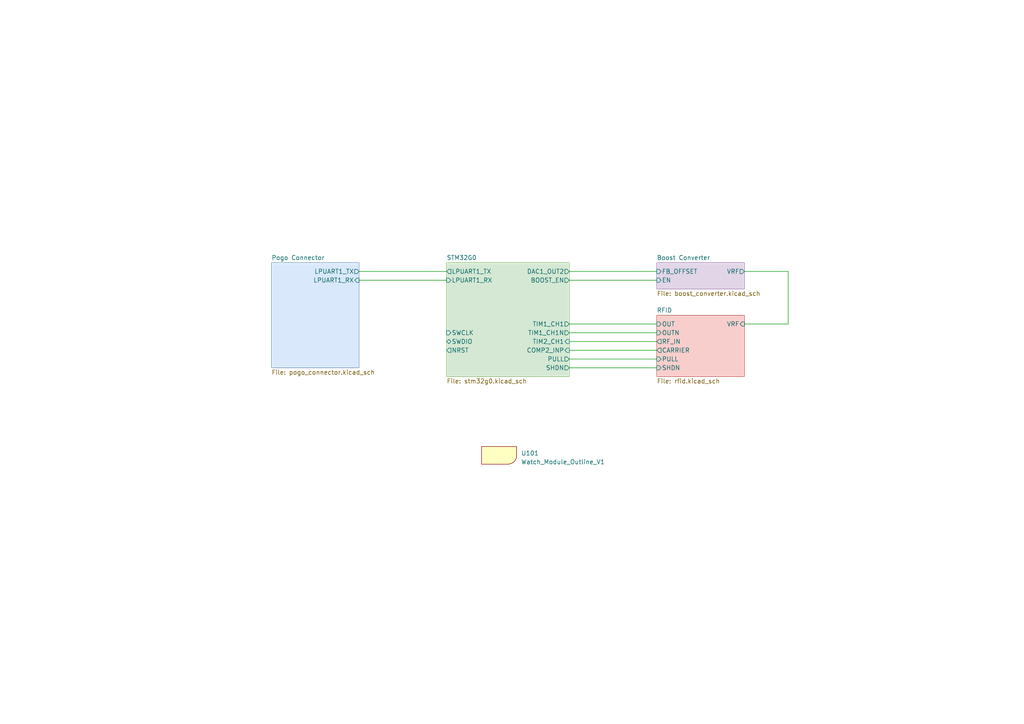
<source format=kicad_sch>
(kicad_sch (version 20230121) (generator eeschema)
  (paper "A4")
  (lib_symbols
    (symbol "watch_symbols_lib:Watch_Module_Outline_V1" (in_bom no)
      (property "Reference" "U" (at 0 7.62 0))
      (property "Value" "Watch_Module_Outline_V1" (at 0 5.08 0))
      (symbol "Watch_Module_Outline_V1_0_1"
        (polyline (pts (xy -5.08 2.54) (xy -5.08 -2.54)))
        (polyline (pts (xy -5.08 2.54) (xy 5.08 2.54)))
        (polyline (pts (xy 5.08 2.54) (xy 5.08 0)))
        (polyline (pts (xy -5.08 -2.54) (xy -2.54 -2.54) (xy 2.54 -2.54)))
      )
      (symbol "Watch_Module_Outline_V1_1_1"
        (rectangle (start -5.08 2.54) (end 2.54 -2.54) (stroke (width -0.0001)) (fill (type background)))
        (arc (start 2.54 -2.54) (mid 4.3361 -1.7961) (end 5.08 0))
        (circle (center 2.54 0) (radius 2.54) (stroke (width -0.0001)) (fill (type background)))
        (rectangle (start 2.54 2.54) (end 5.08 0) (stroke (width -0.0001)) (fill (type background)))
      )
    )
  )
  (wire (pts (xy 165.1 99.06) (xy 190.5 99.06)))
  (wire (pts (xy 165.1 101.6) (xy 190.5 101.6)))
  (wire (pts (xy 215.9 93.98) (xy 228.6 93.98)))
  (wire (pts (xy 104.14 78.74) (xy 129.54 78.74)))
  (wire (pts (xy 165.1 78.74) (xy 190.5 78.74)))
  (wire (pts (xy 228.6 78.74) (xy 228.6 93.98)))
  (wire (pts (xy 104.14 81.28) (xy 129.54 81.28)))
  (wire (pts (xy 165.1 104.14) (xy 190.5 104.14)))
  (wire (pts (xy 165.1 81.28) (xy 190.5 81.28)))
  (wire (pts (xy 215.9 78.74) (xy 228.6 78.74)))
  (wire (pts (xy 165.1 106.68) (xy 190.5 106.68)))
  (wire (pts (xy 165.1 96.52) (xy 190.5 96.52)))
  (wire (pts (xy 165.1 93.98) (xy 190.5 93.98)))
  (symbol (lib_id "watch_symbols_lib:Watch_Module_Outline_V1") (at 144.78 132.08 0) (unit 1) (in_bom no)
    (property "Reference" "U101" (at 151.13 131.445 0) (effects (justify left)))
    (property "Value" "Watch_Module_Outline_V1" (at 151.13 133.985 0) (effects (justify left)))
    (property "Footprint" "watch_footprints:Watch Module Outline V1" (effects hide))
  )
  (sheet (at 190.5 76.2) (size 25.4 7.62) (stroke (width 0.1524) (color 150 115 166 1)) (fill (color 225 213 231 1.0000))
    (property "Sheetname" "Boost Converter" (at 190.5 75.4884 0) (effects (justify left bottom)))
    (property "Sheetfile" "boost_converter.kicad_sch" (at 190.5 84.4046 0) (effects (justify left top)))
    (pin "FB_OFFSET" input (at 190.5 78.74 180))
    (pin "VRF" output (at 215.9 78.74 0))
    (pin "EN" input (at 190.5 81.28 180))
  )
  (sheet (at 78.74 76.2) (size 25.4 30.48) (stroke (width 0.1524) (color 108 142 191 1)) (fill (color 218 232 252 1.0000))
    (property "Sheetname" "Pogo Connector" (at 78.74 75.4884 0) (effects (justify left bottom)))
    (property "Sheetfile" "pogo_connector.kicad_sch" (at 78.74 107.2646 0) (effects (justify left top)))
    (pin "LPUART1_RX" input (at 104.14 81.28 0))
    (pin "LPUART1_TX" output (at 104.14 78.74 0))
  )
  (sheet (at 190.5 91.44) (size 25.4 17.78) (stroke (width 0.1524) (color 184 84 80 1)) (fill (color 248 206 204 1.0000))
    (property "Sheetname" "RFID" (at 190.5 90.7284 0) (effects (justify left bottom)))
    (property "Sheetfile" "rfid.kicad_sch" (at 190.5 109.8046 0) (effects (justify left top)))
    (pin "SHDN" input (at 190.5 106.68 180))
    (pin "OUTN" input (at 190.5 96.52 180))
    (pin "OUT" input (at 190.5 93.98 180))
    (pin "RF_IN" output (at 190.5 99.06 180))
    (pin "CARRIER" output (at 190.5 101.6 180))
    (pin "PULL" input (at 190.5 104.14 180))
    (pin "VRF" input (at 215.9 93.98 0))
  )
  (sheet (at 129.54 76.2) (size 35.56 33.02) (stroke (width 0.1524) (color 130 179 102 1)) (fill (color 213 232 212 1.0000))
    (property "Sheetname" "STM32G0" (at 129.54 75.4884 0) (effects (justify left bottom)))
    (property "Sheetfile" "stm32g0.kicad_sch" (at 129.54 109.8046 0) (effects (justify left top)))
    (pin "PULL" output (at 165.1 104.14 0))
    (pin "SWDIO" bidirectional (at 129.54 99.06 180))
    (pin "SHDN" output (at 165.1 106.68 0))
    (pin "SWCLK" input (at 129.54 96.52 180))
    (pin "TIM2_CH1" input (at 165.1 99.06 0))
    (pin "LPUART1_TX" output (at 129.54 78.74 180))
    (pin "LPUART1_RX" input (at 129.54 81.28 180))
    (pin "DAC1_OUT2" output (at 165.1 78.74 0))
    (pin "TIM1_CH1" output (at 165.1 93.98 0))
    (pin "TIM1_CH1N" output (at 165.1 96.52 0))
    (pin "NRST" output (at 129.54 101.6 180))
    (pin "BOOST_EN" output (at 165.1 81.28 0))
    (pin "COMP2_INP" input (at 165.1 101.6 0))
  )
)
</source>
